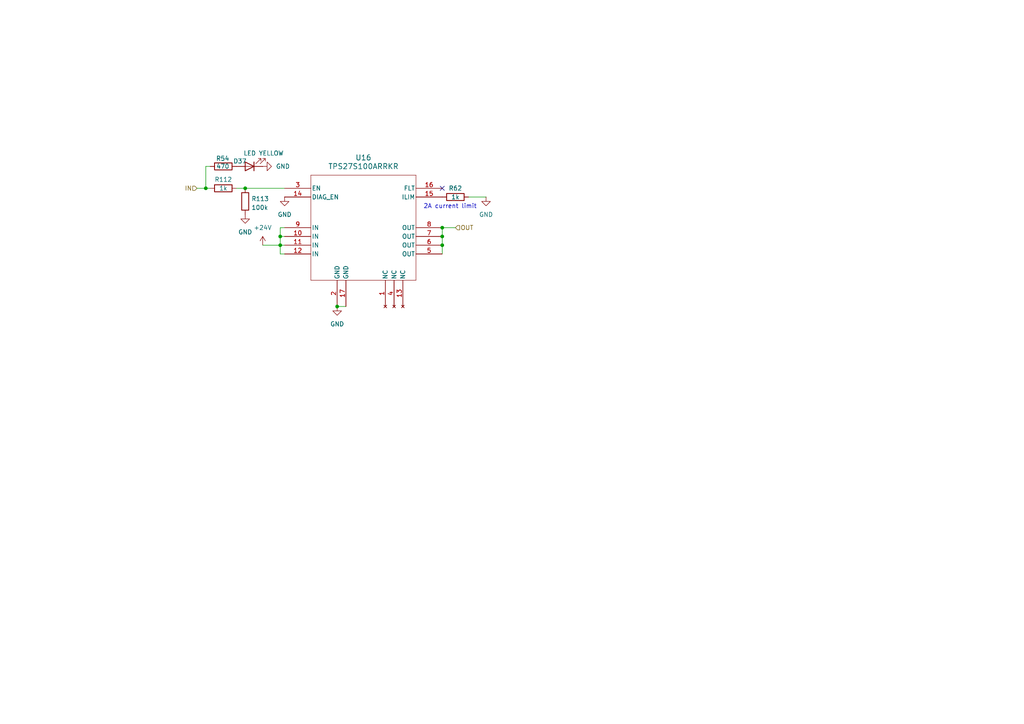
<source format=kicad_sch>
(kicad_sch (version 20250114) (generator "eeschema") (generator_version "9.0")
  (paper "A4")
  (title_block (title "ChargeBridge Eval Board") (date "2025-07-15") (rev "1.1") (company "Pionix GmbH") (comment 1 "Cornelius Claussen / Jonas Rockstroh") (comment 2 "License: CERN-OHL-P"))
  (lib_symbols
    (symbol "cb-eval-lib:LED" (pin_numbers (hide yes)) (pin_names (offset 1.016) (hide yes))
      (property "Reference" "D" (at 0 2.54 0))
      (property "Value" "LED" (at 0 -2.54 0))
      (symbol "LED_0_1"
        (polyline (pts (xy -3.048 -0.762) (xy -4.572 -2.286) (xy -3.81 -2.286) (xy -4.572 -2.286) (xy -4.572 -1.524)))
        (polyline (pts (xy -1.778 -0.762) (xy -3.302 -2.286) (xy -2.54 -2.286) (xy -3.302 -2.286) (xy -3.302 -1.524)))
        (polyline (pts (xy -1.27 0) (xy 1.27 0)))
        (polyline (pts (xy -1.27 -1.27) (xy -1.27 1.27)) (stroke (width 0.254)))
        (polyline (pts (xy 1.27 -1.27) (xy 1.27 1.27) (xy -1.27 0) (xy 1.27 -1.27)) (stroke (width 0.254)))
      )
      (symbol "LED_1_1"
        (pin passive line (at -3.81 0 0) (length 2.54) (name "K") (number "1"))
        (pin passive line (at 3.81 0 180) (length 2.54) (name "A") (number "2"))
      )
    )
    (symbol "cb-eval-lib:R" (pin_numbers (hide yes)) (pin_names (offset 0))
      (property "Reference" "R" (at 2.032 0 90))
      (property "Value" "R" (at 0 0 90))
      (symbol "R_0_1"
        (rectangle (start -1.016 -2.54) (end 1.016 2.54) (stroke (width 0.254)))
      )
      (symbol "R_1_1"
        (pin passive line (at 0 3.81 270) (length 1.27) (name "~") (number "1"))
        (pin passive line (at 0 -3.81 90) (length 1.27) (name "~") (number "2"))
      )
    )
    (symbol "cb-eval-lib:TPS27S100ARRKR" (pin_names (offset 0.254))
      (property "Reference" "U" (at 0 20.32 0))
      (property "Value" "TPS27S100ARRKR" (at 0 17.78 0))
      (symbol "TPS27S100ARRKR_0_1"
        (polyline (pts (xy -15.24 15.24) (xy -15.24 -15.24)) (stroke (width 0.127)))
        (polyline (pts (xy -15.24 -15.24) (xy 15.24 -15.24)) (stroke (width 0.127)))
        (polyline (pts (xy 15.24 15.24) (xy -15.24 15.24)) (stroke (width 0.127)))
        (polyline (pts (xy 15.24 -15.24) (xy 15.24 15.24)) (stroke (width 0.127)))
        (pin input line (at -22.86 11.43 0) (length 7.62) (name "EN") (number "3"))
        (pin input line (at -22.86 8.89 0) (length 7.62) (name "DIAG_EN") (number "14"))
        (pin power_in line (at -22.86 0 0) (length 7.62) (name "IN") (number "9"))
        (pin power_in line (at -22.86 -2.54 0) (length 7.62) (name "IN") (number "10"))
        (pin power_in line (at -22.86 -5.08 0) (length 7.62) (name "IN") (number "11"))
        (pin power_in line (at -22.86 -7.62 0) (length 7.62) (name "IN") (number "12"))
        (pin power_out line (at -7.62 -22.86 90) (length 7.62) (name "GND") (number "2"))
        (pin power_out line (at -5.08 -22.86 90) (length 7.62) (name "GND") (number "17"))
        (pin no_connect line (at 6.35 -22.86 90) (length 7.62) (name "NC") (number "1"))
        (pin no_connect line (at 8.89 -22.86 90) (length 7.62) (name "NC") (number "4"))
        (pin no_connect line (at 11.43 -22.86 90) (length 7.62) (name "NC") (number "13"))
        (pin output line (at 22.86 11.43 180) (length 7.62) (name "FLT") (number "16"))
        (pin output line (at 22.86 8.89 180) (length 7.62) (name "ILIM") (number "15"))
        (pin output line (at 22.86 0 180) (length 7.62) (name "OUT") (number "8"))
        (pin output line (at 22.86 -2.54 180) (length 7.62) (name "OUT") (number "7"))
        (pin output line (at 22.86 -5.08 180) (length 7.62) (name "OUT") (number "6"))
        (pin output line (at 22.86 -7.62 180) (length 7.62) (name "OUT") (number "5"))
      )
    )
    (symbol "power:+24V" (power) (pin_numbers (hide yes)) (pin_names (offset 0) (hide yes))
      (property "Value" "+24V" (at 0 3.556 0))
      (symbol "+24V_0_1"
        (polyline (pts (xy -0.762 1.27) (xy 0 2.54)))
        (polyline (pts (xy 0 2.54) (xy 0.762 1.27)))
        (polyline (pts (xy 0 0) (xy 0 2.54)))
      )
      (symbol "+24V_1_1"
        (pin power_in line (at 0 0 90) (length 0) (name "~") (number "1"))
      )
    )
    (symbol "power:GND" (power) (pin_numbers (hide yes)) (pin_names (offset 0) (hide yes))
      (property "Value" "GND" (at 0 -3.81 0))
      (symbol "GND_0_1"
        (polyline (pts (xy 0 0) (xy 0 -1.27) (xy 1.27 -1.27) (xy 0 -2.54) (xy -1.27 -1.27) (xy 0 -1.27)))
      )
      (symbol "GND_1_1"
        (pin power_in line (at 0 0 270) (length 0) (name "~") (number "1"))
      )
    )
  )
  (text "2A current limit" (at 130.556 59.944 0) (effects (font (size 1.27 1.27))))
  (junction (at 128.27 68.58))
  (junction (at 81.28 68.58))
  (junction (at 97.79 88.9))
  (junction (at 59.69 54.61))
  (junction (at 128.27 71.12))
  (junction (at 128.27 66.04))
  (junction (at 71.12 54.61))
  (junction (at 81.28 71.12))
  (no_connect (at 128.27 54.61))
  (wire (pts (xy 59.69 48.26) (xy 60.96 48.26)))
  (wire (pts (xy 68.58 54.61) (xy 71.12 54.61)))
  (wire (pts (xy 81.28 71.12) (xy 81.28 68.58)))
  (wire (pts (xy 128.27 66.04) (xy 128.27 68.58)))
  (wire (pts (xy 57.15 54.61) (xy 59.69 54.61)))
  (wire (pts (xy 97.79 88.9) (xy 100.33 88.9)))
  (wire (pts (xy 81.28 71.12) (xy 82.55 71.12)))
  (wire (pts (xy 71.12 54.61) (xy 82.55 54.61)))
  (wire (pts (xy 128.27 68.58) (xy 128.27 71.12)))
  (wire (pts (xy 76.2 71.12) (xy 81.28 71.12)))
  (wire (pts (xy 128.27 71.12) (xy 128.27 73.66)))
  (wire (pts (xy 59.69 48.26) (xy 59.69 54.61)))
  (wire (pts (xy 81.28 73.66) (xy 82.55 73.66)))
  (wire (pts (xy 81.28 71.12) (xy 81.28 73.66)))
  (wire (pts (xy 59.69 54.61) (xy 60.96 54.61)))
  (wire (pts (xy 140.97 57.15) (xy 135.89 57.15)))
  (wire (pts (xy 81.28 68.58) (xy 81.28 66.04)))
  (wire (pts (xy 81.28 68.58) (xy 82.55 68.58)))
  (wire (pts (xy 128.27 66.04) (xy 132.08 66.04)))
  (wire (pts (xy 81.28 66.04) (xy 82.55 66.04)))
  (hierarchical_label "IN" (shape input) (at 57.15 54.61 180))
  (hierarchical_label "OUT" (shape input) (at 132.08 66.04 0))
  (symbol (lib_id "cb-eval-lib:R") (at 64.77 48.26 90) (unit 1)
    (property "Reference" "R50" (at 66.548 45.974 90) (effects (justify left)))
    (property "Value" "470" (at 66.548 48.26 90) (effects (justify left)))
    (property "Footprint" "Resistor_SMD:R_0603_1608Metric" (effects (hide yes)))
    (property "Description" "Resistor" (effects (hide yes)))
    (property "Digikey" "RMCF0603FT470RCT-ND" (effects (hide yes)))
    (property "MPN" "RMCF0603FT470R" (effects (hide yes)))
    (property "Manufacturer" "Stackpole Electronics Inc" (effects (hide yes)))
    (instances (project "som-devkit" (path "" (reference "R54") (unit 1)) (path "" (reference "R53") (unit 1)) (path "" (reference "R57") (unit 1)) (path "" (reference "R50") (unit 1)) (path "" (reference "R51") (unit 1)) (path "" (reference "R31") (unit 1))))
  )
  (symbol (lib_id "cb-eval-lib:R") (at 64.77 54.61 90) (unit 1)
    (property "Reference" "R106" (at 64.77 52.07 90))
    (property "Value" "1k" (at 64.77 54.61 90))
    (property "Footprint" "Resistor_SMD:R_0603_1608Metric" (effects (hide yes)))
    (property "Description" "Resistor" (effects (hide yes)))
    (property "Digikey" "RMCF0603FG1K00CT-ND" (effects (hide yes)))
    (property "MPN" "RMCF0603FG1K00" (effects (hide yes)))
    (property "Manufacturer" "Stackpole Electronics Inc" (effects (hide yes)))
    (instances (project "som-devkit" (path "" (reference "R112") (unit 1)) (path "" (reference "R110") (unit 1)) (path "" (reference "R114") (unit 1)) (path "" (reference "R106") (unit 1)) (path "" (reference "R108") (unit 1)) (path "" (reference "R65") (unit 1))))
  )
  (symbol (lib_id "power:GND") (at 97.79 88.9 0) (unit 1)
    (property "Reference" "#PWR034" (effects (hide yes)))
    (property "Value" "GND" (at 97.79 93.98 0))
    (property "Description" "Power symbol creates a global label with name \"GND\" , ground" (effects (hide yes)))
    (instances (project "" (path "" (reference "#PWR0160") (unit 1)) (path "" (reference "#PWR0157") (unit 1)) (path "" (reference "#PWR0170") (unit 1)) (path "" (reference "#PWR034") (unit 1)) (path "" (reference "#PWR0151") (unit 1)) (path "" (reference "#PWR0172") (unit 1))))
  )
  (symbol (lib_id "cb-eval-lib:LED") (at 72.39 48.26 180) (unit 1)
    (property "Reference" "D31" (at 69.596 46.736 0))
    (property "Value" "LED YELLOW" (at 76.454 44.45 0))
    (property "Footprint" "LED_SMD:LED_0603_1608Metric" (effects (hide yes)))
    (property "Description" "Light emitting diode" (effects (hide yes)))
    (property "Digikey" "732-150060AS75000CT-ND" (effects (hide yes)))
    (property "MPN" "150060AS75000" (effects (hide yes)))
    (property "Manufacturer" "Würth Elektronik" (effects (hide yes)))
    (property "Sim.Pins" "1=K 2=A" (effects (hide yes)))
    (instances (project "som-devkit" (path "" (reference "D37") (unit 1)) (path "" (reference "D35") (unit 1)) (path "" (reference "D39") (unit 1)) (path "" (reference "D31") (unit 1)) (path "" (reference "D33") (unit 1)) (path "" (reference "D1") (unit 1))))
  )
  (symbol (lib_id "power:+24V") (at 76.2 71.12 0) (unit 1)
    (property "Reference" "#PWR032" (effects (hide yes)))
    (property "Value" "+24V" (at 76.2 66.04 0))
    (property "Description" "Power symbol creates a global label with name \"+24V\"" (effects (hide yes)))
    (instances (project "" (path "" (reference "#PWR0158") (unit 1)) (path "" (reference "#PWR0156") (unit 1)) (path "" (reference "#PWR0161") (unit 1)) (path "" (reference "#PWR032") (unit 1)) (path "" (reference "#PWR0150") (unit 1)) (path "" (reference "#PWR0171") (unit 1))))
  )
  (symbol (lib_id "cb-eval-lib:R") (at 132.08 57.15 90) (unit 1)
    (property "Reference" "R56" (at 132.08 54.61 90))
    (property "Value" "1k" (at 132.08 57.15 90))
    (property "Footprint" "Resistor_SMD:R_0603_1608Metric" (effects (hide yes)))
    (property "Description" "Resistor" (effects (hide yes)))
    (property "Digikey" "RMCF0603FG1K00CT-ND" (effects (hide yes)))
    (property "MPN" "RMCF0603FG1K00" (effects (hide yes)))
    (property "Manufacturer" "Stackpole Electronics Inc" (effects (hide yes)))
    (instances (project "som-devkit" (path "" (reference "R62") (unit 1)) (path "" (reference "R60") (unit 1)) (path "" (reference "R64") (unit 1)) (path "" (reference "R56") (unit 1)) (path "" (reference "R58") (unit 1)) (path "" (reference "R67") (unit 1))))
  )
  (symbol (lib_id "power:GND") (at 82.55 57.15 0) (unit 1)
    (property "Reference" "#PWR0177" (effects (hide yes)))
    (property "Value" "GND" (at 82.55 62.23 0))
    (property "Description" "Power symbol creates a global label with name \"GND\" , ground" (effects (hide yes)))
    (instances (project "som-devkit" (path "" (reference "#PWR0180") (unit 1)) (path "" (reference "#PWR0179") (unit 1)) (path "" (reference "#PWR0181") (unit 1)) (path "" (reference "#PWR0177") (unit 1)) (path "" (reference "#PWR0178") (unit 1)) (path "" (reference "#PWR033") (unit 1))))
  )
  (symbol (lib_id "cb-eval-lib:TPS27S100ARRKR") (at 105.41 66.04 0) (unit 1)
    (property "Reference" "U13" (at 105.41 45.72 0) (effects (font (size 1.524 1.524))))
    (property "Value" "TPS27S100ARRKR" (at 105.41 48.26 0) (effects (font (size 1.524 1.524))))
    (property "Footprint" "cb-eval-lib:WQFN16_RRK_TEX" (effects (hide yes)))
    (property "Datasheet" "https://www.ti.com/lit/gpn/tps27s100" (effects (hide yes)))
    (property "MPN" "TPS27S100ARRKR" (effects (hide yes)))
    (property "Digikey" "296-TPS27S100ARRKRCT-ND" (effects (hide yes)))
    (property "Manufacturer" "Texas Instruments" (effects (hide yes)))
    (instances (project "som-devkit" (path "" (reference "U16") (unit 1)) (path "" (reference "U15") (unit 1)) (path "" (reference "U17") (unit 1)) (path "" (reference "U13") (unit 1)) (path "" (reference "U14") (unit 1)) (path "" (reference "U21") (unit 1))))
  )
  (symbol (lib_id "cb-eval-lib:R") (at 71.12 58.42 180) (unit 1)
    (property "Reference" "R107" (at 72.898 57.658 0) (effects (justify right)))
    (property "Value" "100k" (at 72.898 60.198 0) (effects (justify right)))
    (property "Footprint" "Resistor_SMD:R_0603_1608Metric" (effects (hide yes)))
    (property "Description" "Resistor" (effects (hide yes)))
    (property "Digikey" "RMCF0603FT100KCT-ND" (effects (hide yes)))
    (property "MPN" "RMCF0603FT100K" (effects (hide yes)))
    (property "Manufacturer" "Stackpole Electronics Inc" (effects (hide yes)))
    (instances (project "som-devkit" (path "" (reference "R113") (unit 1)) (path "" (reference "R111") (unit 1)) (path "" (reference "R115") (unit 1)) (path "" (reference "R107") (unit 1)) (path "" (reference "R109") (unit 1)) (path "" (reference "R66") (unit 1))))
  )
  (symbol (lib_id "power:GND") (at 71.12 62.23 0) (unit 1)
    (property "Reference" "#PWR0186" (effects (hide yes)))
    (property "Value" "GND" (at 71.12 67.31 0))
    (property "Description" "Power symbol creates a global label with name \"GND\" , ground" (effects (hide yes)))
    (instances (project "som-devkit" (path "" (reference "#PWR0189") (unit 1)) (path "" (reference "#PWR0188") (unit 1)) (path "" (reference "#PWR0190") (unit 1)) (path "" (reference "#PWR0186") (unit 1)) (path "" (reference "#PWR0187") (unit 1)) (path "" (reference "#PWR030") (unit 1))))
  )
  (symbol (lib_id "power:GND") (at 76.2 48.26 90) (unit 1)
    (property "Reference" "#PWR096" (effects (hide yes)))
    (property "Value" "GND" (at 80.01 48.2599 90) (effects (justify right)))
    (property "Description" "Power symbol creates a global label with name \"GND\" , ground" (effects (hide yes)))
    (instances (project "som-devkit" (path "" (reference "#PWR099") (unit 1)) (path "" (reference "#PWR098") (unit 1)) (path "" (reference "#PWR0100") (unit 1)) (path "" (reference "#PWR096") (unit 1)) (path "" (reference "#PWR097") (unit 1)) (path "" (reference "#PWR031") (unit 1))))
  )
  (symbol (lib_id "power:GND") (at 140.97 57.15 0) (unit 1)
    (property "Reference" "#PWR0195" (effects (hide yes)))
    (property "Value" "GND" (at 140.97 62.23 0))
    (property "Description" "Power symbol creates a global label with name \"GND\" , ground" (effects (hide yes)))
    (instances (project "som-devkit" (path "" (reference "#PWR0198") (unit 1)) (path "" (reference "#PWR0197") (unit 1)) (path "" (reference "#PWR0199") (unit 1)) (path "" (reference "#PWR0195") (unit 1)) (path "" (reference "#PWR0196") (unit 1)) (path "" (reference "#PWR035") (unit 1))))
  )
)
</source>
